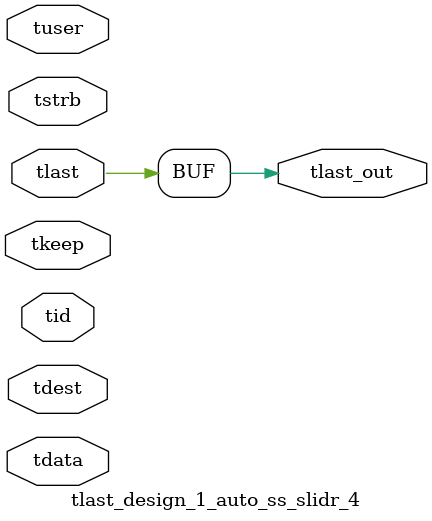
<source format=v>


`timescale 1ps/1ps

module tlast_design_1_auto_ss_slidr_4 #
(
parameter C_S_AXIS_TID_WIDTH   = 1,
parameter C_S_AXIS_TUSER_WIDTH = 0,
parameter C_S_AXIS_TDATA_WIDTH = 0,
parameter C_S_AXIS_TDEST_WIDTH = 0
)
(
input  [(C_S_AXIS_TID_WIDTH   == 0 ? 1 : C_S_AXIS_TID_WIDTH)-1:0       ] tid,
input  [(C_S_AXIS_TDATA_WIDTH == 0 ? 1 : C_S_AXIS_TDATA_WIDTH)-1:0     ] tdata,
input  [(C_S_AXIS_TUSER_WIDTH == 0 ? 1 : C_S_AXIS_TUSER_WIDTH)-1:0     ] tuser,
input  [(C_S_AXIS_TDEST_WIDTH == 0 ? 1 : C_S_AXIS_TDEST_WIDTH)-1:0     ] tdest,
input  [(C_S_AXIS_TDATA_WIDTH/8)-1:0 ] tkeep,
input  [(C_S_AXIS_TDATA_WIDTH/8)-1:0 ] tstrb,
input  [0:0]                                                             tlast,
output                                                                   tlast_out
);

assign tlast_out = {tlast};

endmodule


</source>
